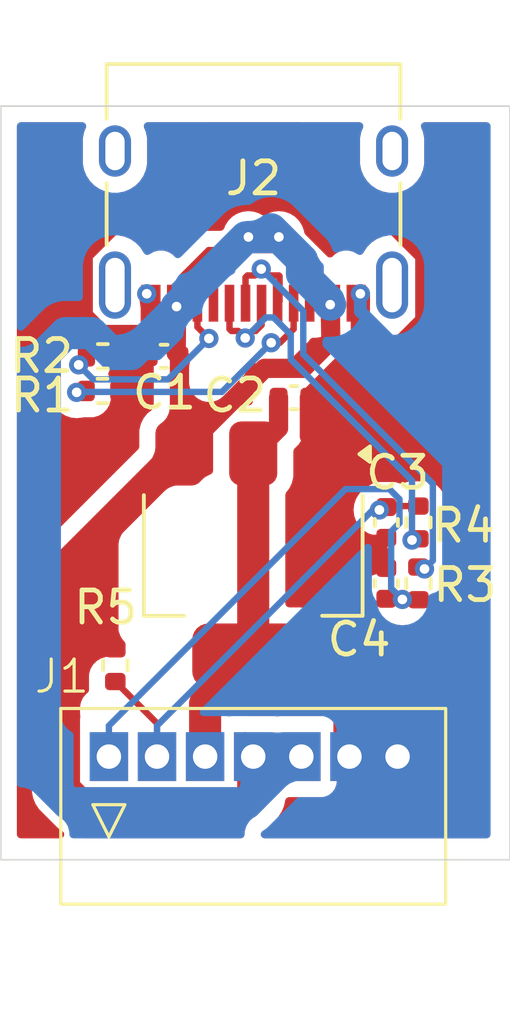
<source format=kicad_pcb>
(kicad_pcb (version 20240108) (generator "pcbnew") (generator_version "8.0")
  (layers (0 "F.Cu" signal) (31 "B.Cu" signal) (34 "B.Paste" user) (35 "F.Paste" user) (36 "B.SilkS" user "B.Silkscreen") (37 "F.SilkS" user "F.Silkscreen") (38 "B.Mask" user) (39 "F.Mask" user) (44 "Edge.Cuts" user))
  (net 0 "")
  (net 1 "+5V")
  (net 2 "GND")
  (net 3 "Net-(J2-D--PadA7)")
  (net 7 "Net-(J2-CC2)")
  (net 9 "Net-(J2-D+-PadA6)")
  (net 10 "Net-(J2-CC1)")
  (net 11 "+3.3V")
  (net 12 "/DP")
  (net 13 "/DM")
  (footprint "Resistor_SMD:R_0402_1005Metric" (layer "F.Cu") (at 27.3 35.55)
    (property "Reference" "R1" (at -1.88 0.14 180) (layer "F.SilkS"))
    (property "Value" "5.1K")
    (fp_line (start -0.153641 -0.38) (end 0.153641 -0.38) (stroke (width 0.12)) (layer "F.SilkS"))
    (fp_line (start -0.153641 0.38) (end 0.153641 0.38) (stroke (width 0.12)) (layer "F.SilkS"))
    (pad "1" smd roundrect (at -0.51 0) (size 0.54 0.64) (layers "F.Cu" "F.Paste" "F.Mask") (net 10 "Net-(J2-CC1)"))
    (pad "2" smd roundrect (at 0.51 0) (size 0.54 0.64) (layers "F.Cu" "F.Paste" "F.Mask") (net 2 "GND"))
  )
  (footprint "Resistor_SMD:R_0402_1005Metric" (layer "F.Cu") (at 27.31 34.47)
    (property "Reference" "R2" (at -1.91 -0.01 180) (layer "F.SilkS"))
    (property "Value" "5.1K")
    (fp_line (start -0.153641 -0.38) (end 0.153641 -0.38) (stroke (width 0.12)) (layer "F.SilkS"))
    (fp_line (start -0.153641 0.38) (end 0.153641 0.38) (stroke (width 0.12)) (layer "F.SilkS"))
    (pad "1" smd roundrect (at -0.51 0) (size 0.54 0.64) (layers "F.Cu" "F.Paste" "F.Mask") (net 7 "Net-(J2-CC2)"))
    (pad "2" smd roundrect (at 0.51 0) (size 0.54 0.64) (layers "F.Cu" "F.Paste" "F.Mask") (net 2 "GND"))
  )
  (footprint "Library:JST_S7B_ZR" (layer "F.Cu") (at 32 46.95)
    (property "Reference" "J1" (at -5.965 -2.5 0) (layer "F.SilkS") (effects (font (thickness 0.1))))
    (property "Value" "JST_ZH_7P")
    (fp_line (start -6 -1.5) (end -6 4.6) (stroke (width 0.1)) (layer "F.SilkS"))
    (fp_line (start -6 4.6) (end 6 4.6) (stroke (width 0.1)) (layer "F.SilkS"))
    (fp_line (start -5 1.5) (end -4 1.5) (stroke (width 0.1)) (layer "F.SilkS"))
    (fp_line (start -4.5 2.5) (end -5 1.5) (stroke (width 0.1)) (layer "F.SilkS"))
    (fp_line (start -4 1.5) (end -4.5 2.5) (stroke (width 0.1)) (layer "F.SilkS"))
    (fp_line (start 6 -1.5) (end -6 -1.5) (stroke (width 0.1)) (layer "F.SilkS"))
    (fp_line (start 6 -1.5) (end 6 4.6) (stroke (width 0.1)) (layer "F.SilkS"))
    (pad "1" thru_hole rect (at -4.5 0) (size 1.2 1.524) (drill 0.762) (layers "*.Cu" "*.Mask") (net 13 "/DM"))
    (pad "2" thru_hole rect (at -3 0) (size 1.2 1.524) (drill 0.762) (layers "*.Cu" "*.Mask") (net 12 "/DP"))
    (pad "3" thru_hole rect (at -1.5 0) (size 1.2 1.524) (drill 0.762) (layers "*.Cu" "*.Mask") (net 11 "+3.3V"))
    (pad "4" thru_hole rect (at 0 0) (size 1.2 1.524) (drill 0.762) (layers "*.Cu" "*.Mask") (net 1 "+5V"))
    (pad "5" thru_hole rect (at 1.5 0) (size 1.2 1.524) (drill 0.762) (layers "*.Cu" "*.Mask") (net 1 "+5V"))
    (pad "6" thru_hole rect (at 3 0) (size 1.2 1.524) (drill 0.762) (layers "*.Cu" "*.Mask") (net 2 "GND"))
    (pad "7" thru_hole rect (at 4.5 0) (size 1.2 1.524) (drill 0.762) (layers "*.Cu" "*.Mask") (net 2 "GND"))
  )
  (footprint "Package_TO_SOT_SMD:SOT-223-3_TabPin2" (layer "F.Cu") (at 32 40.65 -90)
    (property "Reference" "U1" (hide yes))
    (property "Value" "AMS1117-3.3")
    (fp_line (start -1.85 3.41) (end 1.91 3.41) (stroke (width 0.12)) (layer "F.SilkS"))
    (fp_line (start 1.91 3.41) (end 1.91 2.15) (stroke (width 0.12)) (layer "F.SilkS"))
    (fp_line (start -1.85 -3.41) (end 1.91 -3.41) (stroke (width 0.12)) (layer "F.SilkS"))
    (fp_line (start 1.91 -3.41) (end 1.91 -2.15) (stroke (width 0.12)) (layer "F.SilkS"))
    (fp_poly (pts (xy -3.13 -3.31) (xy -3.37 -3.64) (xy -2.89 -3.64) (xy -3.13 -3.31)) (stroke (width 0.12)) (fill solid) (layer "F.SilkS"))
    (pad "1" smd roundrect (at -3.15 -2.3 270) (size 2 1.5) (layers "F.Cu" "F.Paste" "F.Mask") (net 2 "GND"))
    (pad "2" smd roundrect (at -3.15 0 270) (size 2 1.5) (layers "F.Cu" "F.Paste" "F.Mask") (net 11 "+3.3V"))
    (pad "2" smd roundrect (at 3.15 0 270) (size 2 3.8) (layers "F.Cu" "F.Paste" "F.Mask") (net 11 "+3.3V"))
    (pad "3" smd roundrect (at -3.15 2.3 270) (size 2 1.5) (layers "F.Cu" "F.Paste" "F.Mask") (net 1 "+5V"))
  )
  (footprint "Connector_USB:USB_C_Receptacle_XKB_U262-16XN-4BVC11" (layer "F.Cu") (at 32.01 29.145 180)
    (property "Reference" "J2" (at 0 0.225 180) (layer "F.SilkS"))
    (property "Value" "USB")
    (fp_line (start 4.58 3.785) (end -4.58 3.785) (stroke (width 0.12)) (layer "F.SilkS"))
    (fp_line (start 4.58 2.08) (end 4.58 3.785) (stroke (width 0.12)) (layer "F.SilkS"))
    (fp_line (start 4.58 0.07) (end 4.58 -1.85) (stroke (width 0.12)) (layer "F.SilkS"))
    (fp_line (start -4.58 3.785) (end -4.58 2.08) (stroke (width 0.12)) (layer "F.SilkS"))
    (fp_line (start -4.58 -1.85) (end -4.58 0.07) (stroke (width 0.12)) (layer "F.SilkS"))
    (pad "" np_thru_hole circle (at -2.89 -2.605 180) (size 0.65 0.65) (drill 0.65) (layers "*.Cu" "*.Mask"))
    (pad "" np_thru_hole circle (at 2.89 -2.605 180) (size 0.65 0.65) (drill 0.65) (layers "*.Cu" "*.Mask"))
    (pad "A1" smd rect (at -3.35 -3.67 180) (size 0.3 1.15) (layers "F.Cu" "F.Paste" "F.Mask") (net 2 "GND"))
    (pad "A4" smd rect (at -2.55 -3.67 180) (size 0.3 1.15) (layers "F.Cu" "F.Paste" "F.Mask") (net 1 "+5V"))
    (pad "A5" smd rect (at -1.25 -3.67 180) (size 0.3 1.15) (layers "F.Cu" "F.Paste" "F.Mask") (net 10 "Net-(J2-CC1)"))
    (pad "A6" smd rect (at -0.25 -3.67 180) (size 0.3 1.15) (layers "F.Cu" "F.Paste" "F.Mask") (net 9 "Net-(J2-D+-PadA6)"))
    (pad "A7" smd rect (at 0.25 -3.67 180) (size 0.3 1.15) (layers "F.Cu" "F.Paste" "F.Mask") (net 3 "Net-(J2-D--PadA7)"))
    (pad "A8" smd rect (at 1.25 -3.67 180) (size 0.3 1.15) (layers "F.Cu" "F.Paste" "F.Mask"))
    (pad "A9" smd rect (at 2.55 -3.67 180) (size 0.3 1.15) (layers "F.Cu" "F.Paste" "F.Mask") (net 1 "+5V"))
    (pad "A12" smd rect (at 3.35 -3.67 180) (size 0.3 1.15) (layers "F.Cu" "F.Paste" "F.Mask") (net 2 "GND"))
    (pad "B1" smd rect (at 3.05 -3.67 180) (size 0.3 1.15) (layers "F.Cu" "F.Paste" "F.Mask") (net 2 "GND"))
    (pad "B4" smd rect (at 2.25 -3.67 180) (size 0.3 1.15) (layers "F.Cu" "F.Paste" "F.Mask") (net 1 "+5V"))
    (pad "B5" smd rect (at 1.75 -3.67 180) (size 0.3 1.15) (layers "F.Cu" "F.Paste" "F.Mask") (net 7 "Net-(J2-CC2)"))
    (pad "B6" smd rect (at 0.75 -3.67 180) (size 0.3 1.15) (layers "F.Cu" "F.Paste" "F.Mask") (net 9 "Net-(J2-D+-PadA6)"))
    (pad "B7" smd rect (at -0.75 -3.67 180) (size 0.3 1.15) (layers "F.Cu" "F.Paste" "F.Mask") (net 3 "Net-(J2-D--PadA7)"))
    (pad "B8" smd rect (at -1.75 -3.67 180) (size 0.3 1.15) (layers "F.Cu" "F.Paste" "F.Mask"))
    (pad "B9" smd rect (at -2.25 -3.67 180) (size 0.3 1.15) (layers "F.Cu" "F.Paste" "F.Mask") (net 1 "+5V"))
    (pad "B12" smd rect (at -3.05 -3.67 180) (size 0.3 1.15) (layers "F.Cu" "F.Paste" "F.Mask") (net 2 "GND"))
    (pad "S1" thru_hole oval (at -4.32 -3.105 180) (size 1 2.1) (drill oval 0.6 1.7) (layers "*.Cu" "*.Mask"))
    (pad "S1" thru_hole oval (at -4.32 1.075 180) (size 1 1.6) (drill oval 0.6 1.2) (layers "*.Cu" "*.Mask"))
    (pad "S1" thru_hole oval (at 4.32 -3.105 180) (size 1 2.1) (drill oval 0.6 1.7) (layers "*.Cu" "*.Mask"))
    (pad "S1" thru_hole oval (at 4.32 1.075 180) (size 1 1.6) (drill oval 0.6 1.2) (layers "*.Cu" "*.Mask"))
  )
  (footprint "Capacitor_SMD:C_0402_1005Metric" (layer "F.Cu") (at 36.15 39.65 -90)
    (property "Reference" "C3" (at -1.55 -0.35 180) (layer "F.SilkS"))
    (property "Value" "47p")
    (fp_line (start -0.107836 0.36) (end 0.107836 0.36) (stroke (width 0.12)) (layer "F.SilkS"))
    (fp_line (start -0.107836 -0.36) (end 0.107836 -0.36) (stroke (width 0.12)) (layer "F.SilkS"))
    (pad "1" smd roundrect (at -0.48 0 270) (size 0.56 0.62) (layers "F.Cu" "F.Paste" "F.Mask") (net 12 "/DP"))
    (pad "2" smd roundrect (at 0.48 0 270) (size 0.56 0.62) (layers "F.Cu" "F.Paste" "F.Mask") (net 2 "GND"))
  )
  (footprint "Resistor_SMD:R_0402_1005Metric" (layer "F.Cu") (at 37.15 41.55 -90)
    (property "Reference" "R3" (at 0.05 -1.45 180) (layer "F.SilkS"))
    (property "Value" "22")
    (fp_line (start -0.153641 0.38) (end 0.153641 0.38) (stroke (width 0.12)) (layer "F.SilkS"))
    (fp_line (start -0.153641 -0.38) (end 0.153641 -0.38) (stroke (width 0.12)) (layer "F.SilkS"))
    (pad "1" smd roundrect (at -0.51 0 270) (size 0.54 0.64) (layers "F.Cu" "F.Paste" "F.Mask") (net 3 "Net-(J2-D--PadA7)"))
    (pad "2" smd roundrect (at 0.51 0 270) (size 0.54 0.64) (layers "F.Cu" "F.Paste" "F.Mask") (net 13 "/DM"))
  )
  (footprint "Capacitor_SMD:C_0402_1005Metric" (layer "F.Cu") (at 36.15 41.55 -90)
    (property "Reference" "C4" (at 1.75 0.85 180) (layer "F.SilkS"))
    (property "Value" "47p")
    (fp_line (start -0.107836 0.36) (end 0.107836 0.36) (stroke (width 0.12)) (layer "F.SilkS"))
    (fp_line (start -0.107836 -0.36) (end 0.107836 -0.36) (stroke (width 0.12)) (layer "F.SilkS"))
    (pad "1" smd roundrect (at -0.48 0 270) (size 0.56 0.62) (layers "F.Cu" "F.Paste" "F.Mask") (net 2 "GND"))
    (pad "2" smd roundrect (at 0.48 0 270) (size 0.56 0.62) (layers "F.Cu" "F.Paste" "F.Mask") (net 13 "/DM"))
  )
  (footprint "Resistor_SMD:R_0402_1005Metric" (layer "F.Cu") (at 27.7 44.1 90)
    (property "Reference" "R5" (at 1.8 -0.3 0) (layer "F.SilkS"))
    (property "Value" "1.5K")
    (fp_line (start -0.153641 -0.38) (end 0.153641 -0.38) (stroke (width 0.12)) (layer "F.SilkS"))
    (fp_line (start -0.153641 0.38) (end 0.153641 0.38) (stroke (width 0.12)) (layer "F.SilkS"))
    (pad "1" smd roundrect (at -0.51 0 90) (size 0.54 0.64) (layers "F.Cu" "F.Paste" "F.Mask") (net 12 "/DP"))
    (pad "2" smd roundrect (at 0.51 0 90) (size 0.54 0.64) (layers "F.Cu" "F.Paste" "F.Mask") (net 1 "+5V"))
  )
  (footprint "Resistor_SMD:R_0402_1005Metric" (layer "F.Cu") (at 37.15 39.65 90)
    (property "Reference" "R4" (at -0.1 1.4 0) (layer "F.SilkS"))
    (property "Value" "22")
    (fp_line (start -0.153641 -0.38) (end 0.153641 -0.38) (stroke (width 0.12)) (layer "F.SilkS"))
    (fp_line (start -0.153641 0.38) (end 0.153641 0.38) (stroke (width 0.12)) (layer "F.SilkS"))
    (pad "1" smd roundrect (at -0.51 0 90) (size 0.54 0.64) (layers "F.Cu" "F.Paste" "F.Mask") (net 9 "Net-(J2-D+-PadA6)"))
    (pad "2" smd roundrect (at 0.51 0 90) (size 0.54 0.64) (layers "F.Cu" "F.Paste" "F.Mask") (net 12 "/DP"))
  )
  (footprint "Capacitor_SMD:C_0402_1005Metric" (layer "F.Cu") (at 29.22 34.47)
    (property "Reference" "C1" (at 0.01 1.13 180) (layer "F.SilkS"))
    (property "Value" "10u")
    (fp_line (start -0.107836 -0.36) (end 0.107836 -0.36) (stroke (width 0.12)) (layer "F.SilkS"))
    (fp_line (start -0.107836 0.36) (end 0.107836 0.36) (stroke (width 0.12)) (layer "F.SilkS"))
    (pad "1" smd roundrect (at -0.48 0) (size 0.56 0.62) (layers "F.Cu" "F.Paste" "F.Mask") (net 2 "GND"))
    (pad "2" smd roundrect (at 0.48 0) (size 0.56 0.62) (layers "F.Cu" "F.Paste" "F.Mask") (net 1 "+5V"))
  )
  (footprint "Capacitor_SMD:C_0402_1005Metric" (layer "F.Cu") (at 33.27 35.76 180)
    (property "Reference" "C2" (at 1.84 0.07 180) (layer "F.SilkS"))
    (property "Value" "2.2u")
    (fp_line (start -0.107836 0.36) (end 0.107836 0.36) (stroke (width 0.12)) (layer "F.SilkS"))
    (fp_line (start -0.107836 -0.36) (end 0.107836 -0.36) (stroke (width 0.12)) (layer "F.SilkS"))
    (pad "1" smd roundrect (at -0.48 0 180) (size 0.56 0.62) (layers "F.Cu" "F.Paste" "F.Mask") (net 2 "GND"))
    (pad "2" smd roundrect (at 0.48 0 180) (size 0.56 0.62) (layers "F.Cu" "F.Paste" "F.Mask") (net 11 "+3.3V"))
  )
  (gr_line (start 24.13 50.165) (end 40.005 50.165) (stroke (width 0.05)) (layer "Edge.Cuts"))
  (gr_line (start 24.13 26.67) (end 24.13 50.165) (stroke (width 0.05)) (layer "Edge.Cuts"))
  (gr_line (start 40.005 26.67) (end 24.13 26.67) (stroke (width 0.05)) (layer "Edge.Cuts"))
  (gr_line (start 40.005 50.165) (end 40.005 26.67) (stroke (width 0.05)) (layer "Edge.Cuts"))
  (segment (start 34.26 32.16) (end 33.26 31.16) (width 0.2) (layer "F.Cu") (net 1))
  (segment (start 27.7 43.59) (end 27.7 39.5) (width 0.2) (layer "F.Cu") (net 1))
  (segment (start 31.79 48.402) (end 26.552 48.402) (width 1) (layer "F.Cu") (net 1))
  (segment (start 29.7 37.5) (end 32.35459 34.84541) (width 0.6) (layer "F.Cu") (net 1))
  (segment (start 32 46.95) (end 32 48.192) (width 1) (layer "F.Cu") (net 1))
  (segment (start 27.7 39.5) (end 29.7 37.5) (width 0.2) (layer "F.Cu") (net 1))
  (segment (start 29.7 34.47) (end 29.6 34.37) (width 0.6) (layer "F.Cu") (net 1))
  (segment (start 34.42 33.972772) (end 34.4 32.86) (width 0.6) (layer "F.Cu") (net 1))
  (segment (start 29.76 32.01) (end 29.76 32.815) (width 0.2) (layer "F.Cu") (net 1))
  (segment (start 34.4 32.86) (end 34.42 32.955) (width 0.6) (layer "F.Cu") (net 1))
  (segment (start 26.552 48.402) (end 26.1 47.95) (width 1) (layer "F.Cu") (net 1))
  (segment (start 29.687297 32.137297) (end 29.795 32.029594) (width 0.2) (layer "F.Cu") (net 1))
  (segment (start 26.1 47.95) (end 26.1 41.1) (width 1) (layer "F.Cu") (net 1))
  (segment (start 29.6 34.37) (end 29.61 32.92) (width 0.6) (layer "F.Cu") (net 1))
  (segment (start 32 48.192) (end 31.79 48.402) (width 1) (layer "F.Cu") (net 1))
  (segment (start 29.61 32.92) (end 29.6 32.955) (width 0.6) (layer "F.Cu") (net 1))
  (segment (start 32 46.95) (end 33.5 46.95) (width 1) (layer "F.Cu") (net 1))
  (segment (start 33.26 31.16) (end 30.61 31.16) (width 0.2) (layer "F.Cu") (net 1))
  (segment (start 26.1 41.1) (end 29.7 37.5) (width 1) (layer "F.Cu") (net 1))
  (segment (start 30.61 31.16) (end 29.76 32.01) (width 0.2) (layer "F.Cu") (net 1))
  (segment (start 29.46 32.364594) (end 29.687297 32.137297) (width 0.2) (layer "F.Cu") (net 1))
  (segment (start 32.35459 34.84541) (end 33.547362 34.84541) (width 0.6) (layer "F.Cu") (net 1))
  (segment (start 34.26 32.815) (end 34.26 32.16) (width 0.2) (layer "F.Cu") (net 1))
  (segment (start 33.547362 34.84541) (end 34.42 33.972772) (width 0.6) (layer "F.Cu") (net 1))
  (segment (start 29.7 34.47) (end 29.7 37.5) (width 0.6) (layer "F.Cu") (net 1))
  (segment (start 29.46 32.815) (end 29.46 32.364594) (width 0.2) (layer "F.Cu") (net 1))
  (via (at 29.61 32.92) (size 0.6) (drill 0.3) (layers "F.Cu" "B.Cu") (net 1))
  (via (at 31.85 30.75) (size 0.6) (drill 0.3) (layers "F.Cu" "B.Cu") (net 1))
  (via (at 32.8 30.75) (size 0.6) (drill 0.3) (layers "F.Cu" "B.Cu") (net 1))
  (via (at 34.4 32.86) (size 0.6) (drill 0.3) (layers "F.Cu" "B.Cu") (net 1))
  (segment (start 26.967539 33.747066) (end 27.620473 34.4) (width 1) (layer "B.Cu") (net 1))
  (segment (start 31.86 30.76) (end 31.85 30.75) (width 1) (layer "B.Cu") (net 1))
  (segment (start 26.147395 33.747066) (end 26.967539 33.747066) (width 1) (layer "B.Cu") (net 1))
  (segment (start 25.504949 47.696949) (end 25.504949 34.389512) (width 1) (layer "B.Cu") (net 1))
  (segment (start 33.5 46.95) (end 33.5 46.692) (width 1) (layer "B.Cu") (net 1))
  (segment (start 32.8 30.75) (end 33.52 31.47) (width 1) (layer "B.Cu") (net 1))
  (segment (start 25.504949 34.389512) (end 26.147395 33.747066) (width 1) (layer "B.Cu") (net 1))
  (segment (start 31.84 30.76) (end 31.77 30.76) (width 1) (layer "B.Cu") (net 1))
  (segment (start 34.35 32.81) (end 34.4 32.86) (width 1) (layer "B.Cu") (net 1))
  (segment (start 33.52 31.47) (end 33.52 31.902772) (width 1) (layer "B.Cu") (net 1))
  (segment (start 31.85 30.75) (end 31.84 30.76) (width 1) (layer "B.Cu") (net 1))
  (segment (start 31.77 30.76) (end 29.61 32.92) (width 1) (layer "B.Cu") (net 1))
  (segment (start 29.61 32.92) (end 28.74 33.79) (width 0.6) (layer "B.Cu") (net 1))
  (segment (start 34.35 32.732772) (end 34.35 32.81) (width 1) (layer "B.Cu") (net 1))
  (segment (start 32.8 30.75) (end 31.86 30.76) (width 1) (layer "B.Cu") (net 1))
  (segment (start 28.200072 34.4) (end 29.645036 32.955036) (width 1) (layer "B.Cu") (net 1))
  (segment (start 31.79 48.402) (end 26.21 48.402) (width 1) (layer "B.Cu") (net 1))
  (segment (start 26.21 48.402) (end 25.504949 47.696949) (width 1) (layer "B.Cu") (net 1))
  (segment (start 33.52 31.902772) (end 34.35 32.732772) (width 1) (layer "B.Cu") (net 1))
  (segment (start 33.5 46.692) (end 31.79 48.402) (width 1) (layer "B.Cu") (net 1))
  (segment (start 27.620473 34.4) (end 28.200072 34.4) (width 1) (layer "B.Cu") (net 1))
  (segment (start 32.56 30.51) (end 32.8 30.75) (width 1) (layer "B.Cu") (net 1))
  (segment (start 35.34 34.17) (end 35.34 32.52) (width 0.6) (layer "F.Cu") (net 2))
  (segment (start 35 41.15) (end 35 40.1) (width 1) (layer "F.Cu") (net 2))
  (segment (start 33.75 35.76) (end 33.75 36.95) (width 0.6) (layer "F.Cu") (net 2))
  (segment (start 37.3 31.340639) (end 37.3 33.35) (width 0.5) (layer "F.Cu") (net 2))
  (segment (start 35.08 41.07) (end 35 41.15) (width 0.2) (layer "F.Cu") (net 2))
  (segment (start 28.74 33.6) (end 28.6 33.74) (width 0.5) (layer "F.Cu") (net 2))
  (segment (start 27.82 34.47) (end 28.74 34.47) (width 0.5) (layer "F.Cu") (net 2))
  (segment (start 33.379361 27.42) (end 37.3 31.340639) (width 0.5) (layer "F.Cu") (net 2))
  (segment (start 36.15 41.07) (end 35.08 41.07) (width 0.2) (layer "F.Cu") (net 2))
  (segment (start 33.75 35.76) (end 35.34 34.17) (width 0.6) (layer "F.Cu") (net 2))
  (segment (start 27.300639 33.74) (end 26.75 33.189361) (width 0.5) (layer "F.Cu") (net 2))
  (segment (start 27.81 35.55) (end 27.81 34.48) (width 0.5) (layer "F.Cu") (net 2))
  (segment (start 28.74 33.6) (end 28.74 32.945) (width 0.5) (layer "F.Cu") (net 2))
  (segment (start 26.75 31.310639) (end 30.640639 27.42) (width 0.5) (layer "F.Cu") (net 2))
  (segment (start 28.6 33.74) (end 27.300639 33.74) (width 0.5) (layer "F.Cu") (net 2))
  (segment (start 33.75 36.95) (end 34.3 37.5) (width 0.6) (layer "F.Cu") (net 2))
  (segment (start 36.15 40.13) (end 35.03 40.13) (width 0.2) (layer "F.Cu") (net 2))
  (segment (start 26.75 33.189361) (end 26.75 31.310639) (width 0.5) (layer "F.Cu") (net 2))
  (segment (start 27.81 34.48) (end 27.82 34.47) (width 0.5) (layer "F.Cu") (net 2))
  (segment (start 35 46.95) (end 35 41.15) (width 1) (layer "F.Cu") (net 2))
  (segment (start 35.03 40.13) (end 35 40.1) (width 0.2) (layer "F.Cu") (net 2))
  (segment (start 28.68 32.52) (end 28.87 32.815) (width 0.5) (layer "F.Cu") (net 2))
  (segment (start 30.640639 27.42) (end 33.379361 27.42) (width 0.5) (layer "F.Cu") (net 2))
  (segment (start 28.74 34.47) (end 28.74 33.6) (width 0.5) (layer "F.Cu") (net 2))
  (segment (start 35 40.1) (end 34.3 39.4) (width 1) (layer "F.Cu") (net 2))
  (segment (start 35 46.95) (end 36.5 46.95) (width 1) (layer "F.Cu") (net 2))
  (segment (start 28.74 32.945) (end 28.68 32.52) (width 0.5) (layer "F.Cu") (net 2))
  (segment (start 37.3 33.35) (end 34.3 36.35) (width 0.5) (layer "F.Cu") (net 2))
  (segment (start 35.34 32.52) (end 35.34 32.835) (width 0.6) (layer "F.Cu") (net 2))
  (segment (start 34.3 36.35) (end 34.3 37.5) (width 0.5) (layer "F.Cu") (net 2))
  (segment (start 34.3 39.4) (end 34.3 37.5) (width 1) (layer "F.Cu") (net 2))
  (via (at 35.34 32.52) (size 0.6) (drill 0.3) (layers "F.Cu" "B.Cu") (net 2))
  (via (at 28.68 32.52) (size 0.6) (drill 0.3) (layers "F.Cu" "B.Cu") (net 2))
  (segment (start 38.09 45.36) (end 38.09 35.81865) (width 0.4) (layer "B.Cu") (net 2))
  (segment (start 35.34 33.06865) (end 35.34 32.52) (width 0.4) (layer "B.Cu") (net 2))
  (segment (start 36.5 46.95) (end 38.09 45.36) (width 0.4) (layer "B.Cu") (net 2))
  (segment (start 38.09 35.81865) (end 35.34 33.06865) (width 0.4) (layer "B.Cu") (net 2))
  (segment (start 31.76 32.01) (end 31.82 31.95) (width 0.2) (layer "F.Cu") (net 3))
  (segment (start 31.76 32.815) (end 31.76 32.01) (width 0.2) (layer "F.Cu") (net 3))
  (segment (start 32.8 31.95) (end 32.82 31.97) (width 0.2) (layer "F.Cu") (net 3))
  (segment (start 32.05 31.95) (end 32.25 31.75) (width 0.2) (layer "F.Cu") (net 3))
  (segment (start 32.25 31.75) (end 32.45 31.95) (width 0.2) (layer "F.Cu") (net 3))
  (segment (start 32.45 31.95) (end 32.8 31.95) (width 0.2) (layer "F.Cu") (net 3))
  (segment (start 32.82 32.755) (end 32.76 32.815) (width 0.2) (layer "F.Cu") (net 3))
  (segment (start 31.82 31.95) (end 32.05 31.95) (width 0.2) (layer "F.Cu") (net 3))
  (segment (start 32.82 31.97) (end 32.82 32.755) (width 0.2) (layer "F.Cu") (net 3))
  (via (at 37.34 41.1) (size 0.6) (drill 0.3) (layers "F.Cu" "B.Cu") (net 3))
  (via (at 32.25 31.75) (size 0.6) (drill 0.3) (layers "F.Cu" "B.Cu") (net 3))
  (segment (start 32.25 31.75) (end 33.56 33.06) (width 0.2) (layer "B.Cu") (net 3))
  (segment (start 33.56 34.403676) (end 37.6 38.443676) (width 0.2) (layer "B.Cu") (net 3))
  (segment (start 33.56 33.06) (end 33.56 34.403676) (width 0.2) (layer "B.Cu") (net 3))
  (segment (start 37.6 40.84) (end 37.34 41.1) (width 0.2) (layer "B.Cu") (net 3))
  (segment (start 37.6 38.443676) (end 37.6 40.84) (width 0.2) (layer "B.Cu") (net 3))
  (segment (start 30.26 33.556561) (end 30.617874 33.914435) (width 0.2) (layer "F.Cu") (net 7))
  (segment (start 30.26 32.815) (end 30.26 33.556561) (width 0.2) (layer "F.Cu") (net 7))
  (via (at 26.557467 34.737066) (size 0.6) (drill 0.3) (layers "F.Cu" "B.Cu") (net 7))
  (via (at 30.617874 33.914435) (size 0.6) (drill 0.3) (layers "F.Cu" "B.Cu") (net 7))
  (segment (start 26.557467 34.737066) (end 27.010401 35.19) (width 0.2) (layer "B.Cu") (net 7))
  (segment (start 29.342309 35.19) (end 30.617874 33.914435) (width 0.2) (layer "B.Cu") (net 7))
  (segment (start 27.010401 35.19) (end 29.342309 35.19) (width 0.2) (layer "B.Cu") (net 7))
  (segment (start 32.075579 33.68) (end 32.26 33.495579) (width 0.2) (layer "F.Cu") (net 9))
  (segment (start 32.26 33.495579) (end 32.26 32.815) (width 0.2) (layer "F.Cu") (net 9))
  (segment (start 31.26 32.815) (end 31.26 33.62) (width 0.2) (layer "F.Cu") (net 9))
  (segment (start 31.26 33.62) (end 31.32 33.68) (width 0.2) (layer "F.Cu") (net 9))
  (segment (start 31.53 33.68) (end 31.75 33.9) (width 0.2) (layer "F.Cu") (net 9))
  (segment (start 31.75 33.9) (end 31.97 33.68) (width 0.2) (layer "F.Cu") (net 9))
  (segment (start 31.32 33.68) (end 31.53 33.68) (width 0.2) (layer "F.Cu") (net 9))
  (segment (start 31.97 33.68) (end 32.075579 33.68) (width 0.2) (layer "F.Cu") (net 9))
  (via (at 36.95 40.2) (size 0.6) (drill 0.3) (layers "F.Cu" "B.Cu") (net 9))
  (via (at 31.75 33.9) (size 0.6) (drill 0.3) (layers "F.Cu" "B.Cu") (net 9))
  (segment (start 33.17 34.56522) (end 36.95 38.34522) (width 0.2) (layer "B.Cu") (net 9))
  (segment (start 36.95 38.34522) (end 36.95 40.2) (width 0.2) (layer "B.Cu") (net 9))
  (segment (start 32.634179 33.258959) (end 33.17 33.79478) (width 0.2) (layer "B.Cu") (net 9))
  (segment (start 32.391041 33.258959) (end 32.634179 33.258959) (width 0.2) (layer "B.Cu") (net 9))
  (segment (start 33.17 33.79478) (end 33.17 34.56522) (width 0.2) (layer "B.Cu") (net 9))
  (segment (start 31.75 33.9) (end 32.391041 33.258959) (width 0.2) (layer "B.Cu") (net 9))
  (segment (start 33.26 32.815) (end 33.26 33.62) (width 0.2) (layer "F.Cu") (net 10))
  (segment (start 32.832865 34.047135) (end 32.56 34.047135) (width 0.2) (layer "F.Cu") (net 10))
  (segment (start 33.26 33.62) (end 32.832865 34.047135) (width 0.2) (layer "F.Cu") (net 10))
  (via (at 32.56 34.047135) (size 0.6) (drill 0.3) (layers "F.Cu" "B.Cu") (net 10))
  (via (at 26.494949 35.593788) (size 0.6) (drill 0.3) (layers "F.Cu" "B.Cu") (net 10))
  (segment (start 32.56 34.047135) (end 31.027135 35.58) (width 0.2) (layer "B.Cu") (net 10))
  (segment (start 31.027135 35.58) (end 26.508737 35.58) (width 0.2) (layer "B.Cu") (net 10))
  (segment (start 26.508737 35.58) (end 26.494949 35.593788) (width 0.2) (layer "B.Cu") (net 10))
  (segment (start 30.5 46.95) (end 30.5 45.3) (width 1) (layer "F.Cu") (net 11))
  (segment (start 32 43.8) (end 32 37.5) (width 1) (layer "F.Cu") (net 11))
  (segment (start 32.79 36.71) (end 32 37.5) (width 0.6) (layer "F.Cu") (net 11))
  (segment (start 32.79 35.76) (end 32.79 36.71) (width 0.6) (layer "F.Cu") (net 11))
  (segment (start 30.5 45.3) (end 32 43.8) (width 1) (layer "F.Cu") (net 11))
  (segment (start 36.06 39.26) (end 35.933668 39.26) (width 0.2) (layer "F.Cu") (net 12))
  (segment (start 36.053668 39.14) (end 35.933668 39.26) (width 0.2) (layer "F.Cu") (net 12))
  (segment (start 36.15 39.17) (end 36.06 39.26) (width 0.2) (layer "F.Cu") (net 12))
  (segment (start 29 45.91) (end 27.7 44.61) (width 0.2) (layer "F.Cu") (net 12))
  (segment (start 29 46.95) (end 29 45.91) (width 0.2) (layer "F.Cu") (net 12))
  (segment (start 37.15 39.14) (end 36.053668 39.14) (width 0.2) (layer "F.Cu") (net 12))
  (via (at 35.933668 39.26) (size 0.6) (drill 0.3) (layers "F.Cu" "B.Cu") (net 12))
  (segment (start 29 45.988) (end 35.728 39.26) (width 0.2) (layer "B.Cu") (net 12))
  (segment (start 35.728 39.26) (end 35.933668 39.26) (width 0.2) (layer "B.Cu") (net 12))
  (segment (start 29 46.95) (end 29 45.988) (width 0.2) (layer "B.Cu") (net 12))
  (segment (start 36.65 42.05) (end 36.67 42.03) (width 0.2) (layer "F.Cu") (net 13))
  (segment (start 36.63 42.03) (end 36.65 42.05) (width 0.2) (layer "F.Cu") (net 13))
  (segment (start 36.15 42.03) (end 36.63 42.03) (width 0.2) (layer "F.Cu") (net 13))
  (segment (start 37.12 42.03) (end 37.15 42.06) (width 0.2) (layer "F.Cu") (net 13))
  (segment (start 36.67 42.03) (end 37.12 42.03) (width 0.2) (layer "F.Cu") (net 13))
  (via (at 36.65 42.05) (size 0.6) (drill 0.3) (layers "F.Cu" "B.Cu") (net 13))
  (segment (start 36.65 42.05) (end 36.3 41.7) (width 0.2) (layer "B.Cu") (net 13))
  (segment (start 34.878 38.61) (end 27.5 45.988) (width 0.2) (layer "B.Cu") (net 13))
  (segment (start 36.3 39.930761) (end 36.56 39.670761) (width 0.2) (layer "B.Cu") (net 13))
  (segment (start 36.56 39.670761) (end 36.56 38.925613) (width 0.2) (layer "B.Cu") (net 13))
  (segment (start 27.5 45.988) (end 27.5 46.95) (width 0.2) (layer "B.Cu") (net 13))
  (segment (start 36.244387 38.61) (end 34.878 38.61) (width 0.2) (layer "B.Cu") (net 13))
  (segment (start 36.56 38.925613) (end 36.244387 38.61) (width 0.2) (layer "B.Cu") (net 13))
  (segment (start 36.3 41.7) (end 36.3 39.930761) (width 0.2) (layer "B.Cu") (net 13))
  (zone (net 2) (net_name "GND") (layers "F&B.Cu") (priority 1) (connect_pads yes (clearance 0.5)) (min_thickness 0.25) (fill yes (thermal_gap 0.5) (thermal_bridge_width 0.5))
    (polygon (pts (xy 24.6 27.1) (xy 24.6 49.5) (xy 39.4 49.5) (xy 39.4 27.1)))
  )
  (zone (net 1) (net_name "+5V") (layers "F&B.Cu") (connect_pads yes (clearance 0.5)) (min_thickness 0.25) (fill yes (thermal_gap 0.5) (thermal_bridge_width 0.5))
    (polygon (pts (xy 34.2 49.5) (xy 24.6 49.5) (xy 24.6 31) (xy 30 31) (xy 30 30) (xy 34.2 30)))
  )
)
</source>
